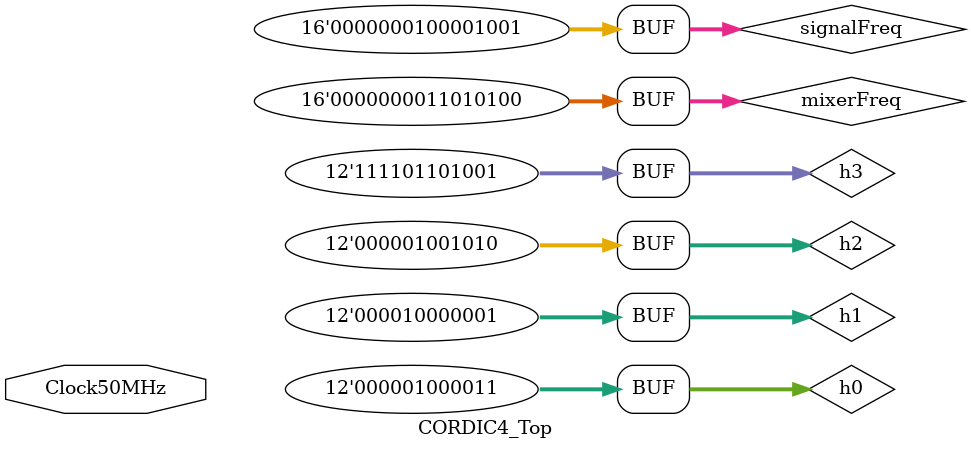
<source format=v>

/*
    CORDIC4_Top.v - this is a container for module development
                  - will be run only in a test bench 
*/

`default_nettype none
`timescale 1ns / 1ps

module CORDIC4_Top (input  Clock50MHz);
    
    //********************************************
    
    // frequencies.    
    reg  [15:0] mixerFreq  = 40280 / 190; // = 16'd212; // = freq / 190
    reg  [15:0] signalFreq = 50350 / 190;

    //********************************************
    
    // signal oscillator. Unsigned right out of CORDIC. Converted to signed for subsequent operations
    wire        [11:0] unsigned_Signal;
    wire signed [11:0] signed_Signal;
    
    assign signed_Signal [10:0] = unsigned_Signal [10:0];
    assign signed_Signal [11]   = unsigned_Signal [11] ^ 1'b1;    
    
    //********************************************
    
    // local oscillators.
    wire        [11:0] unsigned_LocalOscI;
    wire        [11:0] unsigned_LocalOscQ;    
    wire signed [11:0] signed_LocalOscI;
    wire signed [11:0] signed_LocalOscQ;
    
    assign signed_LocalOscI [10:0] = unsigned_LocalOscI [10:0];
    assign signed_LocalOscI [11]   = unsigned_LocalOscI [11] ^ 1'b1;    
    assign signed_LocalOscQ [10:0] = unsigned_LocalOscQ [10:0];
    assign signed_LocalOscQ [11]   = unsigned_LocalOscQ [11] ^ 1'b1;
    
    // delay the startup of the in-phase CORDIC to produce a sin wave
    reg  [15:0] iDelay = 16'd313;
    
    always @ (posedge Clock50MHz)
        if (iDelay != 0)
            iDelay <= iDelay - 1;
            
    wire iEnable = (iDelay == 0);
    
    //********************************************
    
    Mercury2_CORDIC
        LocalOscI (.clk_50MHz (Clock50MHz), .cor_en (iEnable), .phs_sft (mixerFreq),  .outVal (unsigned_LocalOscI)),
        LocalOscQ (.clk_50MHz (Clock50MHz), .cor_en (1'b1),    .phs_sft (mixerFreq),  .outVal (unsigned_LocalOscQ)),
        Signal    (.clk_50MHz (Clock50MHz), .cor_en (1'b1),    .phs_sft (signalFreq), .outVal (unsigned_Signal));

    //********************************************

    // multiplier outputs    
    wire signed [23:0] MixedI_full;
    wire signed [23:0] MixedQ_full;
    assign MixedI_full = signed_LocalOscI * signed_Signal;
    assign MixedQ_full = signed_LocalOscQ * signed_Signal;
    
    wire signed [11:0] MixedI = MixedI_full [23:12]; 
    wire signed [11:0] MixedQ = MixedQ_full [23:12]; 
        
    //********************************************

    localparam FixedPoint_One = (1 << 12);

    wire signed [11:0] h0  =  0.016344994571662934 * FixedPoint_One;
    wire signed [11:0] h1  =  0.03153993235313417  * FixedPoint_One;
    wire signed [11:0] h2  =  0.01812600557315812  * FixedPoint_One;
    wire signed [11:0] h3  = -0.03679867254082173  * FixedPoint_One;



        
endmodule



</source>
